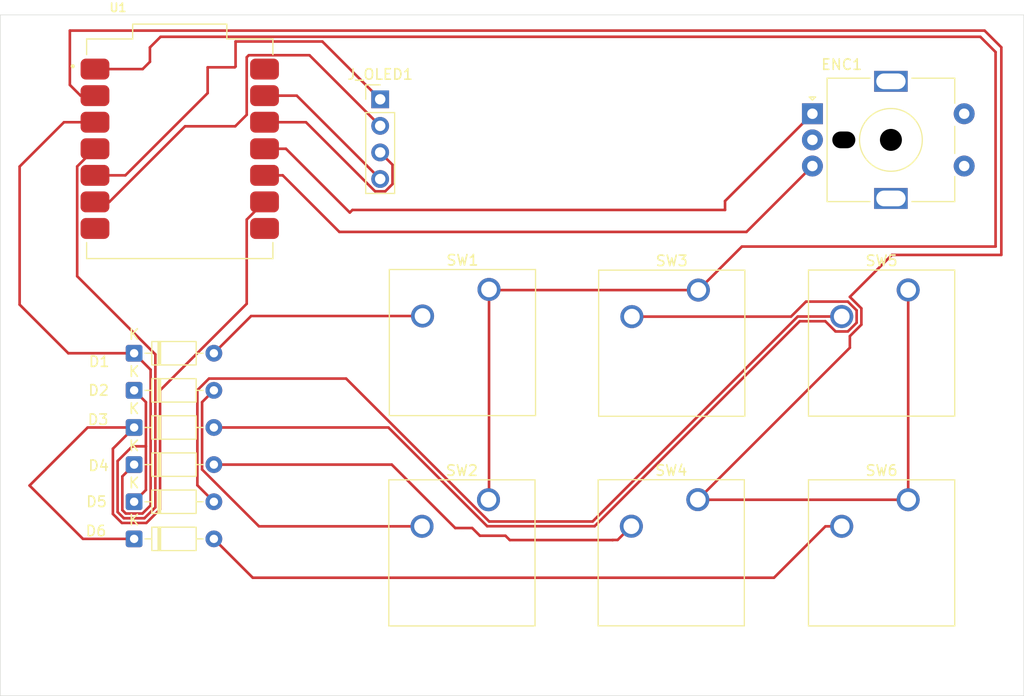
<source format=kicad_pcb>
(kicad_pcb (version 20241229) (generator "pcbnew") (generator_version "9.0")
  (layers (0 "F.Cu" signal) (2 "B.Cu" signal) (13 "F.Paste" user) (15 "B.Paste" user) (5 "F.SilkS" user "F.Silkscreen") (7 "B.SilkS" user "B.Silkscreen") (1 "F.Mask" user) (3 "B.Mask" user) (25 "Edge.Cuts" user))
  (net 0 "")
  (net 1 "Net-(D1-A)")
  (net 2 "/C0")
  (net 3 "/C1")
  (net 4 "Net-(D2-A)")
  (net 5 "Net-(D3-A)")
  (net 6 "/C2")
  (net 7 "Net-(D4-A)")
  (net 8 "Net-(D5-A)")
  (net 9 "Net-(D6-A)")
  (net 10 "GND")
  (net 11 "/ENC_B")
  (net 12 "/ENC_A")
  (net 13 "/3V3")
  (net 14 "/SCL")
  (net 15 "/SDA")
  (net 16 "/R0")
  (net 17 "/R1")
  (footprint "Diode_THT:D_DO-35_SOD27_P7.62mm_Horizontal" (layer "F.Cu") (at 96.34 74.8)
    (property "Reference" "D3" (at -3.44 -0.75 0) (layer "F.SilkS"))
    (property "Value" "1N4148")
    (fp_line (start 1.04 0) (end 1.69 0) (stroke (width 0.12)) (layer "F.SilkS"))
    (fp_line (start 2.29 -1.12) (end 2.29 1.12) (stroke (width 0.12)) (layer "F.SilkS"))
    (fp_line (start 2.41 -1.12) (end 2.41 1.12) (stroke (width 0.12)) (layer "F.SilkS"))
    (fp_line (start 2.53 -1.12) (end 2.53 1.12) (stroke (width 0.12)) (layer "F.SilkS"))
    (fp_line (start 6.58 0) (end 5.93 0) (stroke (width 0.12)) (layer "F.SilkS"))
    (fp_rect (start 1.69 -1.12) (end 5.93 1.12) (stroke (width 0.12)) (fill no) (layer "F.SilkS"))
    (fp_text user "K" (at 0 -1.8 0) (layer "F.SilkS"))
    (pad "1" thru_hole roundrect (at 0 0) (size 1.6 1.6) (drill 0.8) (layers "*.Cu" "*.Mask") (roundrect_rratio 0.15625) (net 6 "/C2"))
    (pad "2" thru_hole circle (at 7.62 0) (size 1.6 1.6) (drill 0.8) (layers "*.Cu" "*.Mask") (net 5 "Net-(D3-A)"))
  )
  (footprint "Button_Switch_Keyboard:SW_Cherry_MX_1.00u_PCB" (layer "F.Cu") (at 150.25 61.66)
    (property "Reference" "SW3" (at -2.54 -2.794 0) (layer "F.SilkS"))
    (property "Value" "SW_Push")
    (fp_line (start -9.525 -1.905) (end 4.445 -1.905) (stroke (width 0.12)) (layer "F.SilkS"))
    (fp_line (start -9.525 12.065) (end -9.525 -1.905) (stroke (width 0.12)) (layer "F.SilkS"))
    (fp_line (start 4.445 -1.905) (end 4.445 12.065) (stroke (width 0.12)) (layer "F.SilkS"))
    (fp_line (start 4.445 12.065) (end -9.525 12.065) (stroke (width 0.12)) (layer "F.SilkS"))
    (pad "" np_thru_hole circle (at -7.62 5.08) (size 1.7 1.7) (drill 1.7) (layers "*.Cu" "*.Mask"))
    (pad "" np_thru_hole circle (at -2.54 5.08) (size 4 4) (drill 4) (layers "*.Cu" "*.Mask"))
    (pad "" np_thru_hole circle (at 2.54 5.08) (size 1.7 1.7) (drill 1.7) (layers "*.Cu" "*.Mask"))
    (pad "1" thru_hole circle (at 0 0) (size 2.2 2.2) (drill 1.5) (layers "*.Cu" "*.Mask") (net 16 "/R0"))
    (pad "2" thru_hole circle (at -6.35 2.54) (size 2.2 2.2) (drill 1.5) (layers "*.Cu" "*.Mask") (net 5 "Net-(D3-A)"))
  )
  (footprint "Button_Switch_Keyboard:SW_Cherry_MX_1.00u_PCB" (layer "F.Cu") (at 170.3 81.71)
    (property "Reference" "SW6" (at -2.54 -2.794 0) (layer "F.SilkS"))
    (property "Value" "SW_Push")
    (fp_line (start -9.525 -1.905) (end 4.445 -1.905) (stroke (width 0.12)) (layer "F.SilkS"))
    (fp_line (start -9.525 12.065) (end -9.525 -1.905) (stroke (width 0.12)) (layer "F.SilkS"))
    (fp_line (start 4.445 -1.905) (end 4.445 12.065) (stroke (width 0.12)) (layer "F.SilkS"))
    (fp_line (start 4.445 12.065) (end -9.525 12.065) (stroke (width 0.12)) (layer "F.SilkS"))
    (pad "" np_thru_hole circle (at -7.62 5.08) (size 1.7 1.7) (drill 1.7) (layers "*.Cu" "*.Mask"))
    (pad "" np_thru_hole circle (at -2.54 5.08) (size 4 4) (drill 4) (layers "*.Cu" "*.Mask"))
    (pad "" np_thru_hole circle (at 2.54 5.08) (size 1.7 1.7) (drill 1.7) (layers "*.Cu" "*.Mask"))
    (pad "1" thru_hole circle (at 0 0) (size 2.2 2.2) (drill 1.5) (layers "*.Cu" "*.Mask") (net 17 "/R1"))
    (pad "2" thru_hole circle (at -6.35 2.54) (size 2.2 2.2) (drill 1.5) (layers "*.Cu" "*.Mask") (net 9 "Net-(D6-A)"))
  )
  (footprint "Diode_THT:D_DO-35_SOD27_P7.62mm_Horizontal" (layer "F.Cu") (at 96.34 67.7)
    (property "Reference" "D1" (at -3.34 0.8 0) (layer "F.SilkS"))
    (property "Value" "1N4148")
    (fp_line (start 1.04 0) (end 1.69 0) (stroke (width 0.12)) (layer "F.SilkS"))
    (fp_line (start 2.29 -1.12) (end 2.29 1.12) (stroke (width 0.12)) (layer "F.SilkS"))
    (fp_line (start 2.41 -1.12) (end 2.41 1.12) (stroke (width 0.12)) (layer "F.SilkS"))
    (fp_line (start 2.53 -1.12) (end 2.53 1.12) (stroke (width 0.12)) (layer "F.SilkS"))
    (fp_line (start 6.58 0) (end 5.93 0) (stroke (width 0.12)) (layer "F.SilkS"))
    (fp_rect (start 1.69 -1.12) (end 5.93 1.12) (stroke (width 0.12)) (fill no) (layer "F.SilkS"))
    (fp_text user "K" (at 0 -1.8 0) (layer "F.SilkS"))
    (pad "1" thru_hole roundrect (at 0 0) (size 1.6 1.6) (drill 0.8) (layers "*.Cu" "*.Mask") (roundrect_rratio 0.15625) (net 2 "/C0"))
    (pad "2" thru_hole circle (at 7.62 0) (size 1.6 1.6) (drill 0.8) (layers "*.Cu" "*.Mask") (net 1 "Net-(D1-A)"))
  )
  (footprint "Button_Switch_Keyboard:SW_Cherry_MX_1.00u_PCB" (layer "F.Cu") (at 170.3 61.65)
    (property "Reference" "SW5" (at -2.54 -2.794 0) (layer "F.SilkS"))
    (property "Value" "SW_Push")
    (fp_line (start -9.525 -1.905) (end 4.445 -1.905) (stroke (width 0.12)) (layer "F.SilkS"))
    (fp_line (start -9.525 12.065) (end -9.525 -1.905) (stroke (width 0.12)) (layer "F.SilkS"))
    (fp_line (start 4.445 -1.905) (end 4.445 12.065) (stroke (width 0.12)) (layer "F.SilkS"))
    (fp_line (start 4.445 12.065) (end -9.525 12.065) (stroke (width 0.12)) (layer "F.SilkS"))
    (pad "" np_thru_hole circle (at -7.62 5.08) (size 1.7 1.7) (drill 1.7) (layers "*.Cu" "*.Mask"))
    (pad "" np_thru_hole circle (at -2.54 5.08) (size 4 4) (drill 4) (layers "*.Cu" "*.Mask"))
    (pad "" np_thru_hole circle (at 2.54 5.08) (size 1.7 1.7) (drill 1.7) (layers "*.Cu" "*.Mask"))
    (pad "1" thru_hole circle (at 0 0) (size 2.2 2.2) (drill 1.5) (layers "*.Cu" "*.Mask") (net 17 "/R1"))
    (pad "2" thru_hole circle (at -6.35 2.54) (size 2.2 2.2) (drill 1.5) (layers "*.Cu" "*.Mask") (net 8 "Net-(D5-A)"))
  )
  (footprint "Button_Switch_Keyboard:SW_Cherry_MX_1.00u_PCB" (layer "F.Cu") (at 150.2 81.7)
    (property "Reference" "SW4" (at -2.54 -2.794 0) (layer "F.SilkS"))
    (property "Value" "SW_Push")
    (fp_line (start -9.525 -1.905) (end 4.445 -1.905) (stroke (width 0.12)) (layer "F.SilkS"))
    (fp_line (start -9.525 12.065) (end -9.525 -1.905) (stroke (width 0.12)) (layer "F.SilkS"))
    (fp_line (start 4.445 -1.905) (end 4.445 12.065) (stroke (width 0.12)) (layer "F.SilkS"))
    (fp_line (start 4.445 12.065) (end -9.525 12.065) (stroke (width 0.12)) (layer "F.SilkS"))
    (pad "" np_thru_hole circle (at -7.62 5.08) (size 1.7 1.7) (drill 1.7) (layers "*.Cu" "*.Mask"))
    (pad "" np_thru_hole circle (at -2.54 5.08) (size 4 4) (drill 4) (layers "*.Cu" "*.Mask"))
    (pad "" np_thru_hole circle (at 2.54 5.08) (size 1.7 1.7) (drill 1.7) (layers "*.Cu" "*.Mask"))
    (pad "1" thru_hole circle (at 0 0) (size 2.2 2.2) (drill 1.5) (layers "*.Cu" "*.Mask") (net 17 "/R1"))
    (pad "2" thru_hole circle (at -6.35 2.54) (size 2.2 2.2) (drill 1.5) (layers "*.Cu" "*.Mask") (net 7 "Net-(D4-A)"))
  )
  (footprint "Connector_PinHeader_2.54mm:PinHeader_1x04_P2.54mm_Vertical" (layer "F.Cu") (at 119.85 43.42)
    (property "Reference" "J_OLED1" (at 0 -2.38 0) (layer "F.SilkS"))
    (property "Value" "Conn_01x04")
    (fp_line (start -1.38 -1.38) (end 0 -1.38) (stroke (width 0.12)) (layer "F.SilkS"))
    (fp_line (start -1.38 0) (end -1.38 -1.38) (stroke (width 0.12)) (layer "F.SilkS"))
    (fp_line (start -1.38 1.27) (end -1.38 9) (stroke (width 0.12)) (layer "F.SilkS"))
    (fp_line (start -1.38 1.27) (end 1.38 1.27) (stroke (width 0.12)) (layer "F.SilkS"))
    (fp_line (start -1.38 9) (end 1.38 9) (stroke (width 0.12)) (layer "F.SilkS"))
    (fp_line (start 1.38 1.27) (end 1.38 9) (stroke (width 0.12)) (layer "F.SilkS"))
    (pad "1" thru_hole rect (at 0 0) (size 1.7 1.7) (drill 1) (layers "*.Cu" "*.Mask") (net 15 "/SDA"))
    (pad "2" thru_hole circle (at 0 2.54) (size 1.7 1.7) (drill 1) (layers "*.Cu" "*.Mask") (net 14 "/SCL"))
    (pad "3" thru_hole circle (at 0 5.08) (size 1.7 1.7) (drill 1) (layers "*.Cu" "*.Mask") (net 13 "/3V3"))
    (pad "4" thru_hole circle (at 0 7.62) (size 1.7 1.7) (drill 1) (layers "*.Cu" "*.Mask") (net 10 "GND"))
  )
  (footprint "XIAORF2040:XIAORF2040" (layer "F.Cu") (at 100.7 48.15)
    (property "Reference" "U1" (at -5.898 -13.494 0) (layer "F.SilkS") (effects (font (size 0.8 0.8))))
    (property "Value" "XIAO-RP2040-DIP")
    (fp_line (start -8.9 -10.5) (end -4.5 -10.5) (stroke (width 0.127)) (layer "F.SilkS"))
    (fp_line (start -8.9 -9) (end -8.9 -10.5) (stroke (width 0.127)) (layer "F.SilkS"))
    (fp_line (start -8.9 8.97) (end -8.9 10.5) (stroke (width 0.127)) (layer "F.SilkS"))
    (fp_line (start -8.9 10.5) (end 8.9 10.5) (stroke (width 0.127)) (layer "F.SilkS"))
    (fp_line (start -4.5 -11.924) (end 4.495 -11.924) (stroke (width 0.127)) (layer "F.SilkS"))
    (fp_line (start -4.5 -10.5) (end -4.5 -11.9) (stroke (width 0.127)) (layer "F.SilkS"))
    (fp_line (start 4.5 -11.9) (end 4.5 -10.5) (stroke (width 0.127)) (layer "F.SilkS"))
    (fp_line (start 4.5 -10.5) (end 8.9 -10.5) (stroke (width 0.127)) (layer "F.SilkS"))
    (fp_line (start 8.9 -10.5) (end 8.9 -9) (stroke (width 0.127)) (layer "F.SilkS"))
    (fp_line (start 8.9 10.5) (end 8.9 8.97) (stroke (width 0.127)) (layer "F.SilkS"))
    (fp_circle (center -10.229 -7.891) (end -10.129 -7.891) (stroke (width 0.2)) (fill no) (layer "F.SilkS"))
    (pad "1" smd roundrect (at -8.1 -7.62) (size 2.75 2) (layers "F.Cu" "F.Mask" "F.Paste") (net 16 "/R0"))
    (pad "2" smd roundrect (at -8.1 -5.08) (size 2.75 2) (layers "F.Cu" "F.Mask" "F.Paste") (net 17 "/R1"))
    (pad "3" smd roundrect (at -8.1 -2.54) (size 2.75 2) (layers "F.Cu" "F.Mask" "F.Paste") (net 2 "/C0"))
    (pad "4" smd roundrect (at -8.1 0) (size 2.75 2) (layers "F.Cu" "F.Mask" "F.Paste") (net 3 "/C1"))
    (pad "5" smd roundrect (at -8.1 2.54) (size 2.75 2) (layers "F.Cu" "F.Mask" "F.Paste") (net 15 "/SDA"))
    (pad "6" smd roundrect (at -8.1 5.08) (size 2.75 2) (layers "F.Cu" "F.Mask" "F.Paste") (net 14 "/SCL"))
    (pad "7" smd roundrect (at -8.1 7.62) (size 2.75 2) (layers "F.Cu" "F.Mask" "F.Paste"))
    (pad "8" smd roundrect (at 8.1 7.62) (size 2.75 2) (layers "F.Cu" "F.Mask" "F.Paste"))
    (pad "9" smd roundrect (at 8.1 5.08) (size 2.75 2) (layers "F.Cu" "F.Mask" "F.Paste") (net 6 "/C2"))
    (pad "10" smd roundrect (at 8.1 2.54) (size 2.75 2) (layers "F.Cu" "F.Mask" "F.Paste") (net 11 "/ENC_B"))
    (pad "11" smd roundrect (at 8.1 0) (size 2.75 2) (layers "F.Cu" "F.Mask" "F.Paste") (net 12 "/ENC_A"))
    (pad "12" smd roundrect (at 8.1 -2.54) (size 2.75 2) (layers "F.Cu" "F.Mask" "F.Paste") (net 13 "/3V3"))
    (pad "13" smd roundrect (at 8.1 -5.08) (size 2.75 2) (layers "F.Cu" "F.Mask" "F.Paste") (net 10 "GND"))
    (pad "14" smd roundrect (at 8.1 -7.62) (size 2.75 2) (layers "F.Cu" "F.Mask" "F.Paste"))
  )
  (footprint "Rotary_Encoder:RotaryEncoder_Alps_EC11E-Switch_Vertical_H20mm_MountingHoles" (layer "F.Cu") (at 161.15 44.8)
    (property "Reference" "ENC1" (at 2.8 -4.7 0) (layer "F.SilkS"))
    (property "Value" "RotaryEncoder")
    (fp_line (start -0.3 -1.6) (end 0.3 -1.6) (stroke (width 0.12)) (layer "F.SilkS"))
    (fp_line (start 0 -1.3) (end -0.3 -1.6) (stroke (width 0.12)) (layer "F.SilkS"))
    (fp_line (start 0.3 -1.6) (end 0 -1.3) (stroke (width 0.12)) (layer "F.SilkS"))
    (fp_line (start 1.4 -3.4) (end 1.4 8.4) (stroke (width 0.12)) (layer "F.SilkS"))
    (fp_line (start 5.5 -3.4) (end 1.4 -3.4) (stroke (width 0.12)) (layer "F.SilkS"))
    (fp_line (start 5.5 8.4) (end 1.4 8.4) (stroke (width 0.12)) (layer "F.SilkS"))
    (fp_line (start 9.5 -3.4) (end 13.6 -3.4) (stroke (width 0.12)) (layer "F.SilkS"))
    (fp_line (start 13.6 -3.4) (end 13.6 -1) (stroke (width 0.12)) (layer "F.SilkS"))
    (fp_line (start 13.6 1.2) (end 13.6 3.8) (stroke (width 0.12)) (layer "F.SilkS"))
    (fp_line (start 13.6 6) (end 13.6 8.4) (stroke (width 0.12)) (layer "F.SilkS"))
    (fp_line (start 13.6 8.4) (end 9.5 8.4) (stroke (width 0.12)) (layer "F.SilkS"))
    (fp_circle (center 7.5 2.5) (end 10.5 2.5) (stroke (width 0.12)) (fill no) (layer "F.SilkS"))
    (pad "" np_thru_hole oval (at 3 2.5) (size 2.2 1.6) (drill oval 2.2 1.6) (layers "*.Mask"))
    (pad "" np_thru_hole circle (at 7.5 2.5) (size 2.1 2.1) (drill 2.1) (layers "*.Mask"))
    (pad "A" thru_hole rect (at 0 0) (size 2 2) (drill 1) (layers "*.Cu" "*.Mask") (net 12 "/ENC_A"))
    (pad "B" thru_hole circle (at 0 5) (size 2 2) (drill 1) (layers "*.Cu" "*.Mask") (net 11 "/ENC_B"))
    (pad "C" thru_hole circle (at 0 2.5) (size 2 2) (drill 1) (layers "*.Cu" "*.Mask") (net 10 "GND"))
    (pad "MP" thru_hole rect (at 7.5 -3.1) (size 3.2 2) (drill oval 2.8 1.5) (layers "*.Cu" "*.Mask"))
    (pad "MP" thru_hole rect (at 7.5 8.1) (size 3.2 2) (drill oval 2.8 1.5) (layers "*.Cu" "*.Mask"))
    (pad "S1" thru_hole circle (at 14.5 5) (size 2 2) (drill 1) (layers "*.Cu" "*.Mask"))
    (pad "S2" thru_hole circle (at 14.5 0) (size 2 2) (drill 1) (layers "*.Cu" "*.Mask"))
  )
  (footprint "Button_Switch_Keyboard:SW_Cherry_MX_1.00u_PCB" (layer "F.Cu") (at 130.25 61.6)
    (property "Reference" "SW1" (at -2.54 -2.794 0) (layer "F.SilkS"))
    (property "Value" "SW_Push")
    (fp_line (start -9.525 -1.905) (end 4.445 -1.905) (stroke (width 0.12)) (layer "F.SilkS"))
    (fp_line (start -9.525 12.065) (end -9.525 -1.905) (stroke (width 0.12)) (layer "F.SilkS"))
    (fp_line (start 4.445 -1.905) (end 4.445 12.065) (stroke (width 0.12)) (layer "F.SilkS"))
    (fp_line (start 4.445 12.065) (end -9.525 12.065) (stroke (width 0.12)) (layer "F.SilkS"))
    (pad "" np_thru_hole circle (at -7.62 5.08) (size 1.7 1.7) (drill 1.7) (layers "*.Cu" "*.Mask"))
    (pad "" np_thru_hole circle (at -2.54 5.08) (size 4 4) (drill 4) (layers "*.Cu" "*.Mask"))
    (pad "" np_thru_hole circle (at 2.54 5.08) (size 1.7 1.7) (drill 1.7) (layers "*.Cu" "*.Mask"))
    (pad "1" thru_hole circle (at 0 0) (size 2.2 2.2) (drill 1.5) (layers "*.Cu" "*.Mask") (net 16 "/R0"))
    (pad "2" thru_hole circle (at -6.35 2.54) (size 2.2 2.2) (drill 1.5) (layers "*.Cu" "*.Mask") (net 1 "Net-(D1-A)"))
  )
  (footprint "Diode_THT:D_DO-35_SOD27_P7.62mm_Horizontal" (layer "F.Cu") (at 96.34 78.35)
    (property "Reference" "D4" (at -3.39 0.1 0) (layer "F.SilkS"))
    (property "Value" "1N4148")
    (fp_line (start 1.04 0) (end 1.69 0) (stroke (width 0.12)) (layer "F.SilkS"))
    (fp_line (start 2.29 -1.12) (end 2.29 1.12) (stroke (width 0.12)) (layer "F.SilkS"))
    (fp_line (start 2.41 -1.12) (end 2.41 1.12) (stroke (width 0.12)) (layer "F.SilkS"))
    (fp_line (start 2.53 -1.12) (end 2.53 1.12) (stroke (width 0.12)) (layer "F.SilkS"))
    (fp_line (start 6.58 0) (end 5.93 0) (stroke (width 0.12)) (layer "F.SilkS"))
    (fp_rect (start 1.69 -1.12) (end 5.93 1.12) (stroke (width 0.12)) (fill no) (layer "F.SilkS"))
    (fp_text user "K" (at 0 -1.8 0) (layer "F.SilkS"))
    (pad "1" thru_hole roundrect (at 0 0) (size 1.6 1.6) (drill 0.8) (layers "*.Cu" "*.Mask") (roundrect_rratio 0.15625) (net 2 "/C0"))
    (pad "2" thru_hole circle (at 7.62 0) (size 1.6 1.6) (drill 0.8) (layers "*.Cu" "*.Mask") (net 7 "Net-(D4-A)"))
  )
  (footprint "Button_Switch_Keyboard:SW_Cherry_MX_1.00u_PCB" (layer "F.Cu") (at 130.2 81.71)
    (property "Reference" "SW2" (at -2.54 -2.794 0) (layer "F.SilkS"))
    (property "Value" "SW_Push")
    (fp_line (start -9.525 -1.905) (end 4.445 -1.905) (stroke (width 0.12)) (layer "F.SilkS"))
    (fp_line (start -9.525 12.065) (end -9.525 -1.905) (stroke (width 0.12)) (layer "F.SilkS"))
    (fp_line (start 4.445 -1.905) (end 4.445 12.065) (stroke (width 0.12)) (layer "F.SilkS"))
    (fp_line (start 4.445 12.065) (end -9.525 12.065) (stroke (width 0.12)) (layer "F.SilkS"))
    (pad "" np_thru_hole circle (at -7.62 5.08) (size 1.7 1.7) (drill 1.7) (layers "*.Cu" "*.Mask"))
    (pad "" np_thru_hole circle (at -2.54 5.08) (size 4 4) (drill 4) (layers "*.Cu" "*.Mask"))
    (pad "" np_thru_hole circle (at 2.54 5.08) (size 1.7 1.7) (drill 1.7) (layers "*.Cu" "*.Mask"))
    (pad "1" thru_hole circle (at 0 0) (size 2.2 2.2) (drill 1.5) (layers "*.Cu" "*.Mask") (net 16 "/R0"))
    (pad "2" thru_hole circle (at -6.35 2.54) (size 2.2 2.2) (drill 1.5) (layers "*.Cu" "*.Mask") (net 4 "Net-(D2-A)"))
  )
  (footprint "Diode_THT:D_DO-35_SOD27_P7.62mm_Horizontal" (layer "F.Cu") (at 96.34 85.45)
    (property "Reference" "D6" (at -3.64 -0.75 0) (layer "F.SilkS"))
    (property "Value" "1N4148")
    (fp_line (start 1.04 0) (end 1.69 0) (stroke (width 0.12)) (layer "F.SilkS"))
    (fp_line (start 2.29 -1.12) (end 2.29 1.12) (stroke (width 0.12)) (layer "F.SilkS"))
    (fp_line (start 2.41 -1.12) (end 2.41 1.12) (stroke (width 0.12)) (layer "F.SilkS"))
    (fp_line (start 2.53 -1.12) (end 2.53 1.12) (stroke (width 0.12)) (layer "F.SilkS"))
    (fp_line (start 6.58 0) (end 5.93 0) (stroke (width 0.12)) (layer "F.SilkS"))
    (fp_rect (start 1.69 -1.12) (end 5.93 1.12) (stroke (width 0.12)) (fill no) (layer "F.SilkS"))
    (fp_text user "K" (at 0 -1.8 0) (layer "F.SilkS"))
    (pad "1" thru_hole roundrect (at 0 0) (size 1.6 1.6) (drill 0.8) (layers "*.Cu" "*.Mask") (roundrect_rratio 0.15625) (net 6 "/C2"))
    (pad "2" thru_hole circle (at 7.62 0) (size 1.6 1.6) (drill 0.8) (layers "*.Cu" "*.Mask") (net 9 "Net-(D6-A)"))
  )
  (footprint "Diode_THT:D_DO-35_SOD27_P7.62mm_Horizontal" (layer "F.Cu") (at 96.34 71.25)
    (property "Reference" "D2" (at -3.39 0 0) (layer "F.SilkS"))
    (property "Value" "1N4148")
    (fp_line (start 1.04 0) (end 1.69 0) (stroke (width 0.12)) (layer "F.SilkS"))
    (fp_line (start 2.29 -1.12) (end 2.29 1.12) (stroke (width 0.12)) (layer "F.SilkS"))
    (fp_line (start 2.41 -1.12) (end 2.41 1.12) (stroke (width 0.12)) (layer "F.SilkS"))
    (fp_line (start 2.53 -1.12) (end 2.53 1.12) (stroke (width 0.12)) (layer "F.SilkS"))
    (fp_line (start 6.58 0) (end 5.93 0) (stroke (width 0.12)) (layer "F.SilkS"))
    (fp_rect (start 1.69 -1.12) (end 5.93 1.12) (stroke (width 0.12)) (fill no) (layer "F.SilkS"))
    (fp_text user "K" (at 0 -1.8 0) (layer "F.SilkS"))
    (pad "1" thru_hole roundrect (at 0 0) (size 1.6 1.6) (drill 0.8) (layers "*.Cu" "*.Mask") (roundrect_rratio 0.15625) (net 3 "/C1"))
    (pad "2" thru_hole circle (at 7.62 0) (size 1.6 1.6) (drill 0.8) (layers "*.Cu" "*.Mask") (net 4 "Net-(D2-A)"))
  )
  (footprint "Diode_THT:D_DO-35_SOD27_P7.62mm_Horizontal" (layer "F.Cu") (at 96.34 81.9)
    (property "Reference" "D5" (at -3.59 0 0) (layer "F.SilkS"))
    (property "Value" "1N4148")
    (fp_line (start 1.04 0) (end 1.69 0) (stroke (width 0.12)) (layer "F.SilkS"))
    (fp_line (start 2.29 -1.12) (end 2.29 1.12) (stroke (width 0.12)) (layer "F.SilkS"))
    (fp_line (start 2.41 -1.12) (end 2.41 1.12) (stroke (width 0.12)) (layer "F.SilkS"))
    (fp_line (start 2.53 -1.12) (end 2.53 1.12) (stroke (width 0.12)) (layer "F.SilkS"))
    (fp_line (start 6.58 0) (end 5.93 0) (stroke (width 0.12)) (layer "F.SilkS"))
    (fp_rect (start 1.69 -1.12) (end 5.93 1.12) (stroke (width 0.12)) (fill no) (layer "F.SilkS"))
    (fp_text user "K" (at 0 -1.8 0) (layer "F.SilkS"))
    (pad "1" thru_hole roundrect (at 0 0) (size 1.6 1.6) (drill 0.8) (layers "*.Cu" "*.Mask") (roundrect_rratio 0.15625) (net 3 "/C1"))
    (pad "2" thru_hole circle (at 7.62 0) (size 1.6 1.6) (drill 0.8) (layers "*.Cu" "*.Mask") (net 8 "Net-(D5-A)"))
  )
  (gr_rect (start 83.55 35.35) (end 181.35 100.45) (stroke (width 0.05)) (fill no) (layer "Edge.Cuts"))
  (segment (start 103.96 67.7) (end 107.52 64.14) (width 0.25) (layer "F.Cu") (net 1))
  (segment (start 107.52 64.14) (end 123.9 64.14) (width 0.25) (layer "F.Cu") (net 1))
  (segment (start 95.214 79.476) (end 95.214 82.695514) (width 0.25) (layer "F.Cu") (net 2))
  (segment (start 97.917 69.277) (end 96.34 67.7) (width 0.25) (layer "F.Cu") (net 2))
  (segment (start 97.917 82.244514) (end 97.917 69.277) (width 0.25) (layer "F.Cu") (net 2))
  (segment (start 85.4 63.05) (end 90.05 67.7) (width 0.25) (layer "F.Cu") (net 2))
  (segment (start 95.544486 83.026) (end 97.135514 83.026) (width 0.25) (layer "F.Cu") (net 2))
  (segment (start 97.135514 83.026) (end 97.917 82.244514) (width 0.25) (layer "F.Cu") (net 2))
  (segment (start 95.214 82.695514) (end 95.544486 83.026) (width 0.25) (layer "F.Cu") (net 2))
  (segment (start 92.6 45.61) (end 89.64 45.61) (width 0.25) (layer "F.Cu") (net 2))
  (segment (start 90.05 67.7) (end 96.34 67.7) (width 0.25) (layer "F.Cu") (net 2))
  (segment (start 96.34 78.35) (end 95.214 79.476) (width 0.25) (layer "F.Cu") (net 2))
  (segment (start 85.4 49.85) (end 85.4 63.05) (width 0.25) (layer "F.Cu") (net 2))
  (segment (start 89.64 45.61) (end 85.4 49.85) (width 0.25) (layer "F.Cu") (net 2))
  (segment (start 94.763 82.882324) (end 94.763 78.005486) (width 0.25) (layer "F.Cu") (net 3))
  (segment (start 98.368 67.806486) (end 98.368 82.431324) (width 0.25) (layer "F.Cu") (net 3))
  (segment (start 98.368 82.431324) (end 97.322324 83.477) (width 0.25) (layer "F.Cu") (net 3))
  (segment (start 97.322324 83.477) (end 95.357676 83.477) (width 0.25) (layer "F.Cu") (net 3))
  (segment (start 90.899 60.337486) (end 98.368 67.806486) (width 0.25) (layer "F.Cu") (net 3))
  (segment (start 97.466 76.6) (end 97.466 72.376) (width 0.25) (layer "F.Cu") (net 3))
  (segment (start 94.763 78.005486) (end 96.168486 76.6) (width 0.25) (layer "F.Cu") (net 3))
  (segment (start 92.6 48.15) (end 92.589588 48.15) (width 0.25) (layer "F.Cu") (net 3))
  (segment (start 96.34 81.9) (end 97.466 80.774) (width 0.25) (layer "F.Cu") (net 3))
  (segment (start 90.899 49.840588) (end 90.899 60.337486) (width 0.25) (layer "F.Cu") (net 3))
  (segment (start 96.168486 76.6) (end 97.466 76.6) (width 0.25) (layer "F.Cu") (net 3))
  (segment (start 95.357676 83.477) (end 94.763 82.882324) (width 0.25) (layer "F.Cu") (net 3))
  (segment (start 92.589588 48.15) (end 90.899 49.840588) (width 0.25) (layer "F.Cu") (net 3))
  (segment (start 97.466 80.774) (end 97.466 76.6) (width 0.25) (layer "F.Cu") (net 3))
  (segment (start 97.466 72.376) (end 96.34 71.25) (width 0.25) (layer "F.Cu") (net 3))
  (segment (start 123.85 84.25) (end 108.267595 84.25) (width 0.25) (layer "F.Cu") (net 4))
  (segment (start 108.267595 84.25) (end 102.834 78.816405) (width 0.25) (layer "F.Cu") (net 4))
  (segment (start 102.834 78.816405) (end 102.834 72.376) (width 0.25) (layer "F.Cu") (net 4))
  (segment (start 102.834 72.376) (end 103.96 71.25) (width 0.25) (layer "F.Cu") (net 4))
  (segment (start 164.540669 62.764) (end 165.376 63.599331) (width 0.25) (layer "F.Cu") (net 5))
  (segment (start 120.63419 74.8) (end 103.96 74.8) (width 0.25) (layer "F.Cu") (net 5))
  (segment (start 130.07419 84.24) (end 120.63419 74.8) (width 0.25) (layer "F.Cu") (net 5))
  (segment (start 165.376 64.780669) (end 164.540669 65.616) (width 0.25) (layer "F.Cu") (net 5))
  (segment (start 163.359331 65.616) (end 162.384331 64.641) (width 0.25) (layer "F.Cu") (net 5))
  (segment (start 165.376 63.599331) (end 165.376 64.780669) (width 0.25) (layer "F.Cu") (net 5))
  (segment (start 159.10119 64.2) (end 160.53719 62.764) (width 0.25) (layer "F.Cu") (net 5))
  (segment (start 140.33681 84.24) (end 130.07419 84.24) (width 0.25) (layer "F.Cu") (net 5))
  (segment (start 143.9 64.2) (end 159.10119 64.2) (width 0.25) (layer "F.Cu") (net 5))
  (segment (start 159.93581 64.641) (end 140.33681 84.24) (width 0.25) (layer "F.Cu") (net 5))
  (segment (start 162.384331 64.641) (end 159.93581 64.641) (width 0.25) (layer "F.Cu") (net 5))
  (segment (start 160.53719 62.764) (end 164.540669 62.764) (width 0.25) (layer "F.Cu") (net 5))
  (segment (start 164.540669 65.616) (end 163.359331 65.616) (width 0.25) (layer "F.Cu") (net 5))
  (segment (start 91.9 74.8) (end 96.34 74.8) (width 0.25) (layer "F.Cu") (net 6))
  (segment (start 91.45 85.45) (end 86.35 80.35) (width 0.25) (layer "F.Cu") (net 6))
  (segment (start 94.312 83.069134) (end 94.312 76.828) (width 0.25) (layer "F.Cu") (net 6))
  (segment (start 96.34 85.45) (end 91.45 85.45) (width 0.25) (layer "F.Cu") (net 6))
  (segment (start 86.35 80.35) (end 91.9 74.8) (width 0.25) (layer "F.Cu") (net 6))
  (segment (start 97.509134 83.928) (end 95.170866 83.928) (width 0.25) (layer "F.Cu") (net 6))
  (segment (start 95.170866 83.928) (end 94.312 83.069134) (width 0.25) (layer "F.Cu") (net 6))
  (segment (start 108.789588 53.23) (end 107.099 54.920588) (width 0.25) (layer "F.Cu") (net 6))
  (segment (start 107.099 54.920588) (end 107.099 62.968595) (width 0.25) (layer "F.Cu") (net 6))
  (segment (start 107.099 62.968595) (end 98.819 71.248595) (width 0.25) (layer "F.Cu") (net 6))
  (segment (start 108.8 53.23) (end 108.789588 53.23) (width 0.25) (layer "F.Cu") (net 6))
  (segment (start 94.312 76.828) (end 96.34 74.8) (width 0.25) (layer "F.Cu") (net 6))
  (segment (start 98.819 82.618134) (end 97.509134 83.928) (width 0.25) (layer "F.Cu") (net 6))
  (segment (start 98.819 71.248595) (end 98.819 82.618134) (width 0.25) (layer "F.Cu") (net 6))
  (segment (start 129.380171 85.15) (end 128.644171 84.414) (width 0.25) (layer "F.Cu") (net 7))
  (segment (start 143.85 84.24) (end 142.536 85.554) (width 0.25) (layer "F.Cu") (net 7))
  (segment (start 142.536 85.554) (end 142.072174 85.554) (width 0.25) (layer "F.Cu") (net 7))
  (segment (start 142.062174 85.564) (end 132.232174 85.564) (width 0.25) (layer "F.Cu") (net 7))
  (segment (start 128.644171 84.414) (end 127.023829 84.414) (width 0.25) (layer "F.Cu") (net 7))
  (segment (start 132.232174 85.564) (end 131.818174 85.15) (width 0.25) (layer "F.Cu") (net 7))
  (segment (start 127.023829 84.414) (end 120.959829 78.35) (width 0.25) (layer "F.Cu") (net 7))
  (segment (start 131.818174 85.15) (end 129.380171 85.15) (width 0.25) (layer "F.Cu") (net 7))
  (segment (start 142.072174 85.554) (end 142.062174 85.564) (width 0.25) (layer "F.Cu") (net 7))
  (segment (start 120.959829 78.35) (end 103.96 78.35) (width 0.25) (layer "F.Cu") (net 7))
  (segment (start 102.383 80.323) (end 103.96 81.9) (width 0.25) (layer "F.Cu") (net 8))
  (segment (start 103.493595 70.124) (end 102.383 71.234595) (width 0.25) (layer "F.Cu") (net 8))
  (segment (start 140.15 83.789) (end 130.261 83.789) (width 0.25) (layer "F.Cu") (net 8))
  (segment (start 159.749 64.19) (end 140.15 83.789) (width 0.25) (layer "F.Cu") (net 8))
  (segment (start 130.261 83.789) (end 116.596 70.124) (width 0.25) (layer "F.Cu") (net 8))
  (segment (start 163.95 64.19) (end 159.749 64.19) (width 0.25) (layer "F.Cu") (net 8))
  (segment (start 102.383 71.234595) (end 102.383 80.323) (width 0.25) (layer "F.Cu") (net 8))
  (segment (start 116.596 70.124) (end 103.493595 70.124) (width 0.25) (layer "F.Cu") (net 8))
  (segment (start 162.394366 84.25) (end 157.478366 89.166) (width 0.25) (layer "F.Cu") (net 9))
  (segment (start 163.95 84.25) (end 162.394366 84.25) (width 0.25) (layer "F.Cu") (net 9))
  (segment (start 157.478366 89.166) (end 107.676 89.166) (width 0.25) (layer "F.Cu") (net 9))
  (segment (start 107.676 89.166) (end 103.96 85.45) (width 0.25) (layer "F.Cu") (net 9))
  (segment (start 111.88 43.07) (end 119.85 51.04) (width 0.25) (layer "F.Cu") (net 10))
  (segment (start 108.8 43.07) (end 111.88 43.07) (width 0.25) (layer "F.Cu") (net 10))
  (segment (start 109.15 43.42) (end 108.8 43.07) (width 0.25) (layer "F.Cu") (net 10))
  (segment (start 161.15 49.8) (end 154.85 56.1) (width 0.25) (layer "F.Cu") (net 11))
  (segment (start 115.95 56.1) (end 110.54 50.69) (width 0.25) (layer "F.Cu") (net 11))
  (segment (start 110.54 50.69) (end 108.8 50.69) (width 0.25) (layer "F.Cu") (net 11))
  (segment (start 154.85 56.1) (end 115.95 56.1) (width 0.25) (layer "F.Cu") (net 11))
  (segment (start 116.95 54.25) (end 110.85 48.15) (width 0.25) (layer "F.Cu") (net 12))
  (segment (start 110.85 48.15) (end 108.8 48.15) (width 0.25) (layer "F.Cu") (net 12))
  (segment (start 152.8 54) (end 117.2 54) (width 0.25) (layer "F.Cu") (net 12))
  (segment (start 152.8 53.15) (end 152.8 54) (width 0.25) (layer "F.Cu") (net 12))
  (segment (start 161.15 44.8) (end 152.8 53.15) (width 0.25) (layer "F.Cu") (net 12))
  (segment (start 117.2 54) (end 116.95 54.25) (width 0.25) (layer "F.Cu") (net 12))
  (segment (start 120.337116 52.216) (end 121.026 51.527116) (width 0.25) (layer "F.Cu") (net 13))
  (segment (start 108.8 45.61) (end 112.756884 45.61) (width 0.25) (layer "F.Cu") (net 13))
  (segment (start 119.85 48.5) (end 120.3 48.5) (width 0.25) (layer "F.Cu") (net 13))
  (segment (start 121.026 51.527116) (end 121.026 49.676) (width 0.25) (layer "F.Cu") (net 13))
  (segment (start 112.756884 45.61) (end 119.362884 52.216) (width 0.25) (layer "F.Cu") (net 13))
  (segment (start 121.026 49.676) (end 119.85 48.5) (width 0.25) (layer "F.Cu") (net 13))
  (segment (start 120.3 48.5) (end 120.45 48.65) (width 0.25) (layer "F.Cu") (net 13))
  (segment (start 119.362884 52.216) (end 120.337116 52.216) (width 0.25) (layer "F.Cu") (net 13))
  (segment (start 107.099 44.901) (end 107.099 39.401) (width 0.25) (layer "F.Cu") (net 14))
  (segment (start 106 46) (end 101.205 46) (width 0.25) (layer "F.Cu") (net 14))
  (segment (start 107.099 39.401) (end 107.296 39.204) (width 0.25) (layer "F.Cu") (net 14))
  (segment (start 106 46) (end 107.099 44.901) (width 0.25) (layer "F.Cu") (net 14))
  (segment (start 119.79 45.96) (end 119.44 45.61) (width 0.25) (layer "F.Cu") (net 14))
  (segment (start 101.205 46) (end 93.975 53.23) (width 0.25) (layer "F.Cu") (net 14))
  (segment (start 119.85 45.96) (end 119.79 45.96) (width 0.25) (layer "F.Cu") (net 14))
  (segment (start 113.094 39.204) (end 107.296 39.204) (width 0.25) (layer "F.Cu") (net 14))
  (segment (start 119.85 45.96) (end 113.094 39.204) (width 0.25) (layer "F.Cu") (net 14))
  (segment (start 93.975 53.23) (end 92.6 53.23) (width 0.25) (layer "F.Cu") (net 14))
  (segment (start 105.959192 40.361) (end 103.366 40.361) (width 0.25) (layer "F.Cu") (net 15))
  (segment (start 103.366 40.361) (end 103.366 42.827192) (width 0.25) (layer "F.Cu") (net 15))
  (segment (start 106.033 37.893) (end 106.033 40.287192) (width 0.25) (layer "F.Cu") (net 15))
  (segment (start 103.366 42.827192) (end 95.503192 50.69) (width 0.25) (layer "F.Cu") (net 15))
  (segment (start 114.323 37.893) (end 106.033 37.893) (width 0.25) (layer "F.Cu") (net 15))
  (segment (start 119.85 43.42) (end 114.323 37.893) (width 0.25) (layer "F.Cu") (net 15))
  (segment (start 106.033 40.287192) (end 105.959192 40.361) (width 0.25) (layer "F.Cu") (net 15))
  (segment (start 95.503192 50.69) (end 92.6 50.69) (width 0.25) (layer "F.Cu") (net 15))
  (segment (start 130.25 81.66) (end 130.2 81.71) (width 0.25) (layer "F.Cu") (net 16))
  (segment (start 97.85 38.461808) (end 98.869808 37.442) (width 0.25) (layer "F.Cu") (net 16))
  (segment (start 92.6 40.53) (end 97.154192 40.53) (width 0.25) (layer "F.Cu") (net 16))
  (segment (start 98.869808 37.442) (end 177.192 37.442) (width 0.25) (layer "F.Cu") (net 16))
  (segment (start 177.192 37.442) (end 178.65 38.9) (width 0.25) (layer "F.Cu") (net 16))
  (segment (start 150.25 61.66) (end 130.31 61.66) (width 0.25) (layer "F.Cu") (net 16))
  (segment (start 130.25 61.6) (end 130.25 81.66) (width 0.25) (layer "F.Cu") (net 16))
  (segment (start 130.31 61.66) (end 130.25 61.6) (width 0.25) (layer "F.Cu") (net 16))
  (segment (start 97.154192 40.53) (end 97.85 39.834192) (width 0.25) (layer "F.Cu") (net 16))
  (segment (start 154.41 57.5) (end 150.25 61.66) (width 0.25) (layer "F.Cu") (net 16))
  (segment (start 97.85 39.834192) (end 97.85 38.461808) (width 0.25) (layer "F.Cu") (net 16))
  (segment (start 178.65 57.5) (end 154.41 57.5) (width 0.25) (layer "F.Cu") (net 16))
  (segment (start 178.65 38.9) (end 178.65 57.5) (width 0.25) (layer "F.Cu") (net 16))
  (segment (start 164.727479 67.172521) (end 164.727479 66.067) (width 0.25) (layer "F.Cu") (net 17))
  (segment (start 90.2 36.85) (end 90.2 42.045) (width 0.25) (layer "F.Cu") (net 17))
  (segment (start 150.21 81.71) (end 150.2 81.7) (width 0.25) (layer "F.Cu") (net 17))
  (segment (start 179.2 58.3) (end 179.2 38.45) (width 0.25) (layer "F.Cu") (net 17))
  (segment (start 179.2 38.45) (end 177.6 36.85) (width 0.25) (layer "F.Cu") (net 17))
  (segment (start 164.727479 62.313) (end 168.740479 58.3) (width 0.25) (layer "F.Cu") (net 17))
  (segment (start 91.225 43.07) (end 92.6 43.07) (width 0.25) (layer "F.Cu") (net 17))
  (segment (start 177.6 36.85) (end 90.2 36.85) (width 0.25) (layer "F.Cu") (net 17))
  (segment (start 165.827 63.412521) (end 164.727479 62.313) (width 0.25) (layer "F.Cu") (net 17))
  (segment (start 168.740479 58.3) (end 179.2 58.3) (width 0.25) (layer "F.Cu") (net 17))
  (segment (start 170.3 81.71) (end 150.21 81.71) (width 0.25) (layer "F.Cu") (net 17))
  (segment (start 165.827 64.967479) (end 165.827 63.412521) (width 0.25) (layer "F.Cu") (net 17))
  (segment (start 164.727479 66.067) (end 165.827 64.967479) (width 0.25) (layer "F.Cu") (net 17))
  (segment (start 150.2 81.7) (end 164.727479 67.172521) (width 0.25) (layer "F.Cu") (net 17))
  (segment (start 170.3 61.65) (end 170.3 81.71) (width 0.25) (layer "F.Cu") (net 17))
  (segment (start 90.2 42.045) (end 91.225 43.07) (width 0.25) (layer "F.Cu") (net 17))
)
</source>
